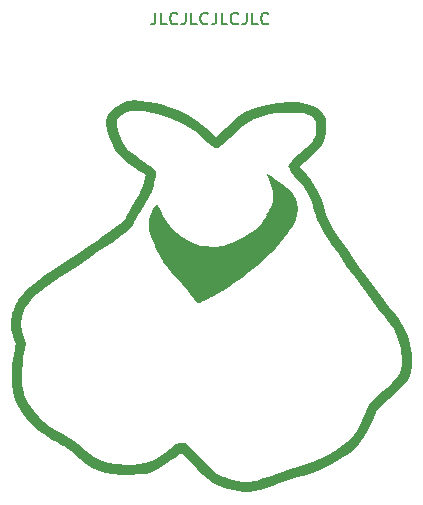
<source format=gto>
%TF.GenerationSoftware,KiCad,Pcbnew,6.0.11-3.fc36*%
%TF.CreationDate,2023-03-10T01:36:50-05:00*%
%TF.ProjectId,moth,6d6f7468-2e6b-4696-9361-645f70636258,v1.0.0*%
%TF.SameCoordinates,Original*%
%TF.FileFunction,Legend,Top*%
%TF.FilePolarity,Positive*%
%FSLAX46Y46*%
G04 Gerber Fmt 4.6, Leading zero omitted, Abs format (unit mm)*
G04 Created by KiCad (PCBNEW 6.0.11-3.fc36) date 2023-03-10 01:36:50*
%MOMM*%
%LPD*%
G01*
G04 APERTURE LIST*
G04 Aperture macros list*
%AMRoundRect*
0 Rectangle with rounded corners*
0 $1 Rounding radius*
0 $2 $3 $4 $5 $6 $7 $8 $9 X,Y pos of 4 corners*
0 Add a 4 corners polygon primitive as box body*
4,1,4,$2,$3,$4,$5,$6,$7,$8,$9,$2,$3,0*
0 Add four circle primitives for the rounded corners*
1,1,$1+$1,$2,$3*
1,1,$1+$1,$4,$5*
1,1,$1+$1,$6,$7*
1,1,$1+$1,$8,$9*
0 Add four rect primitives between the rounded corners*
20,1,$1+$1,$2,$3,$4,$5,0*
20,1,$1+$1,$4,$5,$6,$7,0*
20,1,$1+$1,$6,$7,$8,$9,0*
20,1,$1+$1,$8,$9,$2,$3,0*%
G04 Aperture macros list end*
%ADD10C,0.200000*%
%ADD11C,3.400000*%
%ADD12C,3.000000*%
%ADD13C,1.700000*%
%ADD14O,2.750000X1.800000*%
%ADD15C,1.397000*%
%ADD16C,0.900000*%
%ADD17RoundRect,0.250000X0.625000X-0.350000X0.625000X0.350000X-0.625000X0.350000X-0.625000X-0.350000X0*%
%ADD18O,1.750000X1.200000*%
%ADD19RoundRect,0.300000X0.575000X-0.300000X0.575000X0.300000X-0.575000X0.300000X-0.575000X-0.300000X0*%
G04 APERTURE END LIST*
D10*
X198580952Y-150582380D02*
X198580952Y-151296666D01*
X198533333Y-151439523D01*
X198438095Y-151534761D01*
X198295238Y-151582380D01*
X198200000Y-151582380D01*
X199533333Y-151582380D02*
X199057142Y-151582380D01*
X199057142Y-150582380D01*
X200438095Y-151487142D02*
X200390476Y-151534761D01*
X200247619Y-151582380D01*
X200152380Y-151582380D01*
X200009523Y-151534761D01*
X199914285Y-151439523D01*
X199866666Y-151344285D01*
X199819047Y-151153809D01*
X199819047Y-151010952D01*
X199866666Y-150820476D01*
X199914285Y-150725238D01*
X200009523Y-150630000D01*
X200152380Y-150582380D01*
X200247619Y-150582380D01*
X200390476Y-150630000D01*
X200438095Y-150677619D01*
X201152380Y-150582380D02*
X201152380Y-151296666D01*
X201104761Y-151439523D01*
X201009523Y-151534761D01*
X200866666Y-151582380D01*
X200771428Y-151582380D01*
X202104761Y-151582380D02*
X201628571Y-151582380D01*
X201628571Y-150582380D01*
X203009523Y-151487142D02*
X202961904Y-151534761D01*
X202819047Y-151582380D01*
X202723809Y-151582380D01*
X202580952Y-151534761D01*
X202485714Y-151439523D01*
X202438095Y-151344285D01*
X202390476Y-151153809D01*
X202390476Y-151010952D01*
X202438095Y-150820476D01*
X202485714Y-150725238D01*
X202580952Y-150630000D01*
X202723809Y-150582380D01*
X202819047Y-150582380D01*
X202961904Y-150630000D01*
X203009523Y-150677619D01*
X203723809Y-150582380D02*
X203723809Y-151296666D01*
X203676190Y-151439523D01*
X203580952Y-151534761D01*
X203438095Y-151582380D01*
X203342857Y-151582380D01*
X204676190Y-151582380D02*
X204200000Y-151582380D01*
X204200000Y-150582380D01*
X205580952Y-151487142D02*
X205533333Y-151534761D01*
X205390476Y-151582380D01*
X205295238Y-151582380D01*
X205152380Y-151534761D01*
X205057142Y-151439523D01*
X205009523Y-151344285D01*
X204961904Y-151153809D01*
X204961904Y-151010952D01*
X205009523Y-150820476D01*
X205057142Y-150725238D01*
X205152380Y-150630000D01*
X205295238Y-150582380D01*
X205390476Y-150582380D01*
X205533333Y-150630000D01*
X205580952Y-150677619D01*
X206295238Y-150582380D02*
X206295238Y-151296666D01*
X206247619Y-151439523D01*
X206152380Y-151534761D01*
X206009523Y-151582380D01*
X205914285Y-151582380D01*
X207247619Y-151582380D02*
X206771428Y-151582380D01*
X206771428Y-150582380D01*
X208152380Y-151487142D02*
X208104761Y-151534761D01*
X207961904Y-151582380D01*
X207866666Y-151582380D01*
X207723809Y-151534761D01*
X207628571Y-151439523D01*
X207580952Y-151344285D01*
X207533333Y-151153809D01*
X207533333Y-151010952D01*
X207580952Y-150820476D01*
X207628571Y-150725238D01*
X207723809Y-150630000D01*
X207866666Y-150582380D01*
X207961904Y-150582380D01*
X208104761Y-150630000D01*
X208152380Y-150677619D01*
G36*
X186392027Y-176674250D02*
G01*
X186424074Y-176304599D01*
X186479046Y-176010187D01*
X186575595Y-175724017D01*
X186732371Y-175379093D01*
X186779010Y-175284203D01*
X186918392Y-175015170D01*
X187062893Y-174769969D01*
X187224935Y-174538025D01*
X187416936Y-174308763D01*
X187651317Y-174071610D01*
X187940498Y-173815990D01*
X188296899Y-173531329D01*
X188732940Y-173207053D01*
X189261041Y-172832587D01*
X189893622Y-172397357D01*
X190643104Y-171890788D01*
X191214775Y-171507594D01*
X192135280Y-170890829D01*
X192928646Y-170356594D01*
X193604780Y-169897581D01*
X194173592Y-169506481D01*
X194644991Y-169175984D01*
X195028886Y-168898783D01*
X195335186Y-168667568D01*
X195573800Y-168475029D01*
X195754637Y-168313858D01*
X195887607Y-168176747D01*
X195982617Y-168056385D01*
X196049578Y-167945465D01*
X196052916Y-167938959D01*
X196157198Y-167746609D01*
X196326096Y-167449492D01*
X196539198Y-167082929D01*
X196776095Y-166682238D01*
X196866962Y-166530286D01*
X197169317Y-166008924D01*
X197388040Y-165587750D01*
X197537782Y-165235828D01*
X197633194Y-164922219D01*
X197637864Y-164902428D01*
X197698683Y-164623848D01*
X197736553Y-164417580D01*
X197743827Y-164325655D01*
X197743023Y-164324611D01*
X197670761Y-164273461D01*
X197488827Y-164145603D01*
X197221808Y-163958293D01*
X196894288Y-163728783D01*
X196758860Y-163633938D01*
X196381909Y-163360239D01*
X196027600Y-163085454D01*
X195731406Y-162838263D01*
X195528795Y-162647347D01*
X195501895Y-162617598D01*
X195178808Y-162172600D01*
X194895141Y-161647906D01*
X194665636Y-161084858D01*
X194505039Y-160524799D01*
X194428092Y-160009071D01*
X194439260Y-159637836D01*
X194573086Y-159256678D01*
X194843465Y-158888490D01*
X195223352Y-158555660D01*
X195685701Y-158280577D01*
X196203464Y-158085629D01*
X196360958Y-158047100D01*
X196778320Y-158005726D01*
X197311049Y-158026906D01*
X197925812Y-158104334D01*
X198589278Y-158231700D01*
X199268113Y-158402697D01*
X199928984Y-158611018D01*
X200487320Y-158827988D01*
X201305222Y-159236513D01*
X202122771Y-159745826D01*
X202871746Y-160311760D01*
X203134178Y-160541634D01*
X203746626Y-161104235D01*
X204542571Y-160334684D01*
X205138694Y-159784777D01*
X205679008Y-159351299D01*
X206198822Y-159014475D01*
X206733441Y-158754529D01*
X207318175Y-158551686D01*
X207988329Y-158386171D01*
X208041339Y-158375059D01*
X208989009Y-158217445D01*
X209864757Y-158149952D01*
X210656861Y-158170655D01*
X211353596Y-158277631D01*
X211943237Y-158468956D01*
X212414062Y-158742707D01*
X212754347Y-159096960D01*
X212791916Y-159154507D01*
X212915265Y-159368945D01*
X212989153Y-159556610D01*
X213025733Y-159772232D01*
X213037159Y-160070540D01*
X213037277Y-160259381D01*
X213022173Y-160763367D01*
X212969007Y-161154749D01*
X212858191Y-161479936D01*
X212670139Y-161785342D01*
X212385265Y-162117378D01*
X212152535Y-162355864D01*
X211841954Y-162660347D01*
X211531407Y-162955254D01*
X211263001Y-163201068D01*
X211119262Y-163325650D01*
X210754847Y-163627628D01*
X211130141Y-164015588D01*
X211779234Y-164774546D01*
X212282087Y-165566799D01*
X212656315Y-166423393D01*
X212837934Y-167025484D01*
X212942042Y-167398258D01*
X213055373Y-167751021D01*
X213158378Y-168024385D01*
X213188537Y-168090645D01*
X213368893Y-168420077D01*
X213637336Y-168860999D01*
X213981257Y-169395618D01*
X214388051Y-170006139D01*
X214845108Y-170674770D01*
X215339822Y-171383715D01*
X215859586Y-172115182D01*
X216391791Y-172851376D01*
X216923831Y-173574503D01*
X217443097Y-174266770D01*
X217936984Y-174910383D01*
X218392882Y-175487547D01*
X218670827Y-175828241D01*
X219193026Y-176527113D01*
X219628060Y-177250653D01*
X219957651Y-177964313D01*
X220163520Y-178633545D01*
X220169220Y-178660323D01*
X220235202Y-179091927D01*
X220274698Y-179594349D01*
X220286984Y-180114598D01*
X220271338Y-180599683D01*
X220227036Y-180996613D01*
X220202692Y-181112696D01*
X220108288Y-181361796D01*
X219936814Y-181644342D01*
X219677006Y-181973561D01*
X219317598Y-182362679D01*
X218847327Y-182824923D01*
X218353951Y-183283439D01*
X217358419Y-184191693D01*
X216975865Y-185103602D01*
X216615698Y-185891560D01*
X216244781Y-186546254D01*
X215839347Y-187097773D01*
X215375624Y-187576205D01*
X214829845Y-188011639D01*
X214504797Y-188231657D01*
X213534176Y-188797738D01*
X212503925Y-189276886D01*
X211376984Y-189685032D01*
X210582387Y-189917825D01*
X210114608Y-190054835D01*
X209574837Y-190229569D01*
X209041968Y-190415816D01*
X208729148Y-190533576D01*
X208038544Y-190791594D01*
X207458181Y-190976399D01*
X206954252Y-191092905D01*
X206492950Y-191146026D01*
X206040469Y-191140678D01*
X205563002Y-191081773D01*
X205297548Y-191032403D01*
X204732086Y-190905816D01*
X204254627Y-190764545D01*
X203834791Y-190590500D01*
X203442199Y-190365589D01*
X203046472Y-190071724D01*
X202617229Y-189690813D01*
X202124092Y-189204766D01*
X201979161Y-189056365D01*
X201626111Y-188696948D01*
X201308836Y-188381732D01*
X201045820Y-188128453D01*
X200855549Y-187954845D01*
X200756506Y-187878642D01*
X200749561Y-187876638D01*
X200655762Y-187925300D01*
X200463474Y-188056351D01*
X200201676Y-188249198D01*
X199930206Y-188458870D01*
X199342670Y-188896454D01*
X198815869Y-189222537D01*
X198307106Y-189451925D01*
X197773680Y-189599423D01*
X197172890Y-189679833D01*
X196462038Y-189707962D01*
X196325612Y-189708611D01*
X195650321Y-189687792D01*
X194995971Y-189627924D01*
X194401792Y-189534634D01*
X193907015Y-189413548D01*
X193668736Y-189327566D01*
X193232492Y-189096392D01*
X192740647Y-188761482D01*
X192233758Y-188351793D01*
X191984119Y-188124900D01*
X191451146Y-187676613D01*
X190866752Y-187305732D01*
X190621571Y-187176946D01*
X190230308Y-186971725D01*
X189830503Y-186747500D01*
X189485632Y-186540395D01*
X189361096Y-186459597D01*
X188763996Y-186004138D01*
X188187332Y-185465691D01*
X187658971Y-184877033D01*
X187206781Y-184270942D01*
X186858628Y-183680198D01*
X186708604Y-183339663D01*
X186540820Y-182729437D01*
X186443435Y-182007121D01*
X186416865Y-181208800D01*
X186461526Y-180370558D01*
X186577834Y-179528481D01*
X186660079Y-179129843D01*
X186716459Y-178864881D01*
X186735716Y-178665770D01*
X186712790Y-178472968D01*
X186642624Y-178226933D01*
X186563535Y-177993600D01*
X186452951Y-177646351D01*
X186393807Y-177363014D01*
X186376410Y-177069017D01*
X186382057Y-176922882D01*
X187230553Y-176922882D01*
X187310946Y-177573674D01*
X187436033Y-178023647D01*
X187631441Y-178616004D01*
X187472075Y-179375583D01*
X187398682Y-179825832D01*
X187346630Y-180351485D01*
X187316150Y-180915811D01*
X187307470Y-181482085D01*
X187320820Y-182013576D01*
X187356431Y-182473558D01*
X187414531Y-182825303D01*
X187449771Y-182943048D01*
X187781111Y-183622686D01*
X188260344Y-184304839D01*
X188705612Y-184802716D01*
X189181323Y-185253383D01*
X189673976Y-185643446D01*
X190227902Y-186004071D01*
X190887432Y-186366420D01*
X191040774Y-186444281D01*
X191691204Y-186817189D01*
X192261368Y-187253088D01*
X192428711Y-187404273D01*
X192729730Y-187677041D01*
X193028137Y-187933378D01*
X193277956Y-188134341D01*
X193370970Y-188202364D01*
X193914683Y-188495059D01*
X194570718Y-188699474D01*
X195347832Y-188817346D01*
X196254784Y-188850411D01*
X196598124Y-188842504D01*
X197181641Y-188808636D01*
X197655069Y-188743542D01*
X198063566Y-188630658D01*
X198452289Y-188453419D01*
X198866393Y-188195261D01*
X199351038Y-187839619D01*
X199368349Y-187826342D01*
X199790855Y-187506532D01*
X200112241Y-187276920D01*
X200357718Y-187123324D01*
X200552494Y-187031564D01*
X200721778Y-186987457D01*
X200878526Y-186976774D01*
X200976952Y-186989036D01*
X201087079Y-187035416D01*
X201225777Y-187130307D01*
X201409913Y-187288103D01*
X201656357Y-187523197D01*
X201981976Y-187849981D01*
X202376919Y-188255268D01*
X202846236Y-188733759D01*
X203229875Y-189107425D01*
X203551510Y-189393490D01*
X203834816Y-189609177D01*
X204103466Y-189771709D01*
X204381136Y-189898310D01*
X204691501Y-190006202D01*
X204848481Y-190053339D01*
X205490549Y-190216381D01*
X206036075Y-190297788D01*
X206528735Y-190300738D01*
X207012202Y-190228410D01*
X207070673Y-190215059D01*
X207344450Y-190137540D01*
X207720293Y-190013608D01*
X208149138Y-189860190D01*
X208581915Y-189694214D01*
X208591249Y-189690494D01*
X209051278Y-189516340D01*
X209536103Y-189348395D01*
X209985767Y-189206601D01*
X210318556Y-189115987D01*
X211199793Y-188862618D01*
X212109478Y-188521405D01*
X212999133Y-188114456D01*
X213820277Y-187663880D01*
X214503593Y-187207458D01*
X215105020Y-186656986D01*
X215614464Y-185974334D01*
X216034155Y-185156436D01*
X216084942Y-185033293D01*
X216298863Y-184518925D01*
X216489815Y-184118790D01*
X216686435Y-183791592D01*
X216917361Y-183496031D01*
X217211231Y-183190810D01*
X217596684Y-182834632D01*
X217630794Y-182804076D01*
X218160933Y-182324867D01*
X218578729Y-181930455D01*
X218897440Y-181600384D01*
X219130327Y-181314202D01*
X219290648Y-181051454D01*
X219391664Y-180791685D01*
X219446632Y-180514443D01*
X219468813Y-180199273D01*
X219471930Y-179963913D01*
X219391069Y-179097466D01*
X219148686Y-178237906D01*
X218747124Y-177391077D01*
X218188727Y-176562821D01*
X218025922Y-176360574D01*
X217449616Y-175648751D01*
X216811250Y-174826943D01*
X216133110Y-173925660D01*
X215437480Y-172975413D01*
X214746646Y-172006715D01*
X214082893Y-171050076D01*
X213468508Y-170136007D01*
X213369724Y-169985744D01*
X213026845Y-169458308D01*
X212761701Y-169036855D01*
X212559650Y-168692010D01*
X212406052Y-168394404D01*
X212286269Y-168114662D01*
X212185658Y-167823412D01*
X212089582Y-167491283D01*
X212046813Y-167331601D01*
X211813499Y-166593865D01*
X211517554Y-165947869D01*
X211129169Y-165337840D01*
X210685150Y-164784056D01*
X210341677Y-164382870D01*
X210097438Y-164080564D01*
X209939889Y-163856188D01*
X209856486Y-163688792D01*
X209834686Y-163557424D01*
X209861946Y-163441134D01*
X209870009Y-163422557D01*
X209959719Y-163303735D01*
X210150109Y-163101309D01*
X210417708Y-162838630D01*
X210739042Y-162539051D01*
X210937692Y-162360338D01*
X211325999Y-162004190D01*
X211653561Y-161681369D01*
X211899571Y-161413528D01*
X212043224Y-161222323D01*
X212058525Y-161193753D01*
X212163264Y-160865904D01*
X212212039Y-160479312D01*
X212205123Y-160089777D01*
X212142785Y-159753101D01*
X212050558Y-159555682D01*
X211839963Y-159352157D01*
X211537934Y-159203767D01*
X211126274Y-159105734D01*
X210586786Y-159053277D01*
X210090774Y-159040980D01*
X209383636Y-159053954D01*
X208780646Y-159102862D01*
X208224493Y-159195637D01*
X207657866Y-159340213D01*
X207432533Y-159408912D01*
X206954609Y-159588704D01*
X206498088Y-159826155D01*
X206036058Y-160139949D01*
X205541608Y-160548770D01*
X204987826Y-161071303D01*
X204872072Y-161186593D01*
X204495098Y-161556723D01*
X204210070Y-161816490D01*
X204001021Y-161978855D01*
X203851984Y-162056775D01*
X203785581Y-162068387D01*
X203626338Y-162019065D01*
X203393061Y-161865189D01*
X203073246Y-161597897D01*
X202901530Y-161441740D01*
X201931835Y-160642515D01*
X200906801Y-159986582D01*
X199836864Y-159478646D01*
X198732457Y-159123413D01*
X197604014Y-158925587D01*
X197258905Y-158897430D01*
X196878563Y-158878773D01*
X196609978Y-158881479D01*
X196401698Y-158912231D01*
X196202269Y-158977708D01*
X196016330Y-159058752D01*
X195744510Y-159207839D01*
X195519635Y-159374390D01*
X195420121Y-159482332D01*
X195324652Y-159761162D01*
X195319758Y-160134480D01*
X195395252Y-160567544D01*
X195540943Y-161025611D01*
X195746645Y-161473941D01*
X196002167Y-161877791D01*
X196186773Y-162096485D01*
X196359511Y-162253966D01*
X196635417Y-162479774D01*
X196982834Y-162749092D01*
X197370106Y-163037103D01*
X197575129Y-163184879D01*
X197940388Y-163451012D01*
X198253132Y-163690113D01*
X198490918Y-163884114D01*
X198631302Y-164014946D01*
X198659697Y-164058071D01*
X198643446Y-164177923D01*
X198600730Y-164416985D01*
X198539101Y-164734166D01*
X198501133Y-164920956D01*
X198434841Y-165217757D01*
X198361229Y-165475148D01*
X198265270Y-165726998D01*
X198131937Y-166007177D01*
X197946203Y-166349554D01*
X197693041Y-166787999D01*
X197610511Y-166928375D01*
X197361607Y-167352851D01*
X197133349Y-167745937D01*
X196942444Y-168078568D01*
X196805599Y-168321680D01*
X196747629Y-168429489D01*
X196675042Y-168553962D01*
X196574869Y-168686794D01*
X196437714Y-168834959D01*
X196254181Y-169005427D01*
X196014873Y-169205171D01*
X195710395Y-169441163D01*
X195331349Y-169720375D01*
X194868341Y-170049780D01*
X194311974Y-170436350D01*
X193652852Y-170887057D01*
X192881578Y-171408872D01*
X191988757Y-172008769D01*
X191326453Y-172452126D01*
X190545320Y-172977070D01*
X189889200Y-173425284D01*
X189344887Y-173808066D01*
X188899176Y-174136715D01*
X188538861Y-174422532D01*
X188250736Y-174676816D01*
X188021596Y-174910865D01*
X187838235Y-175135980D01*
X187687448Y-175363458D01*
X187556028Y-175604601D01*
X187495050Y-175730430D01*
X187291712Y-176316568D01*
X187230553Y-176922882D01*
X186382057Y-176922882D01*
X186391064Y-176689787D01*
X186392027Y-176674250D01*
G37*
G36*
X208172536Y-164292460D02*
G01*
X208426016Y-164450426D01*
X208800913Y-164713545D01*
X209275808Y-165065466D01*
X209756039Y-165444142D01*
X210110561Y-165770752D01*
X210356944Y-166072757D01*
X210512755Y-166377620D01*
X210595565Y-166712805D01*
X210622943Y-167105773D01*
X210623354Y-167171852D01*
X210586860Y-167682501D01*
X210469313Y-168170692D01*
X210258612Y-168661815D01*
X209942659Y-169181262D01*
X209509355Y-169754425D01*
X209240270Y-170074463D01*
X208864501Y-170476207D01*
X208378624Y-170944857D01*
X207809708Y-171457672D01*
X207184822Y-171991914D01*
X206531036Y-172524843D01*
X205875419Y-173033720D01*
X205245040Y-173495807D01*
X204817457Y-173789785D01*
X204521883Y-173978126D01*
X204161493Y-174195450D01*
X203763959Y-174426484D01*
X203356950Y-174655955D01*
X202968137Y-174868590D01*
X202625192Y-175049116D01*
X202355785Y-175182261D01*
X202187587Y-175252752D01*
X202153784Y-175260000D01*
X202082771Y-175200290D01*
X201958648Y-175051324D01*
X201915436Y-174993710D01*
X201771079Y-174793415D01*
X201573897Y-174515861D01*
X201364584Y-174218354D01*
X201348136Y-174194839D01*
X201143821Y-173920957D01*
X200865167Y-173572343D01*
X200549294Y-173194393D01*
X200242638Y-172842903D01*
X199941746Y-172499600D01*
X199656417Y-172161536D01*
X199417858Y-171866471D01*
X199257276Y-171652162D01*
X199251246Y-171643350D01*
X198942371Y-171142318D01*
X198654890Y-170590054D01*
X198403174Y-170022393D01*
X198201594Y-169475171D01*
X198064522Y-168984226D01*
X198006328Y-168585393D01*
X198005290Y-168536348D01*
X198056834Y-168065009D01*
X198196470Y-167591059D01*
X198401706Y-167182347D01*
X198497333Y-167052084D01*
X198721289Y-166783821D01*
X198947447Y-167232395D01*
X199227975Y-167732095D01*
X199563605Y-168241424D01*
X199920593Y-168714086D01*
X200265195Y-169103786D01*
X200416680Y-169248118D01*
X201007833Y-169668377D01*
X201702246Y-169993410D01*
X202463151Y-170213111D01*
X203253776Y-170317372D01*
X204037353Y-170296087D01*
X204167795Y-170279171D01*
X204721213Y-170169329D01*
X205218802Y-170000418D01*
X205691818Y-169754617D01*
X206171517Y-169414107D01*
X206689155Y-168961065D01*
X206987043Y-168671758D01*
X207333766Y-168314775D01*
X207665935Y-167952846D01*
X207952705Y-167620947D01*
X208163231Y-167354054D01*
X208216100Y-167278060D01*
X208375443Y-167025083D01*
X208469908Y-166827682D01*
X208516139Y-166625285D01*
X208530778Y-166357317D01*
X208531287Y-166130964D01*
X208527211Y-165863563D01*
X208510859Y-165643751D01*
X208472320Y-165435521D01*
X208401682Y-165202865D01*
X208289035Y-164909776D01*
X208124467Y-164520247D01*
X208024121Y-164288443D01*
X208039047Y-164238761D01*
X208172536Y-164292460D01*
G37*
%LPC*%
G36*
X210627464Y-168092561D02*
G01*
X210773122Y-168282261D01*
X210999033Y-168583585D01*
X211297380Y-168985900D01*
X211660345Y-169478576D01*
X212080111Y-170050979D01*
X212548859Y-170692479D01*
X213058773Y-171392443D01*
X213602034Y-172140241D01*
X214034136Y-172736407D01*
X217433634Y-177431290D01*
X217400126Y-177963871D01*
X217312104Y-178507074D01*
X217108825Y-178975990D01*
X216769044Y-179416409D01*
X216687047Y-179500900D01*
X216477562Y-179689672D01*
X216199137Y-179912475D01*
X215884036Y-180146814D01*
X215564524Y-180370195D01*
X215272865Y-180560123D01*
X215041324Y-180694105D01*
X214902165Y-180749645D01*
X214895365Y-180750028D01*
X214823143Y-180799568D01*
X214823655Y-180967021D01*
X214831717Y-181015968D01*
X214902219Y-181418705D01*
X214940349Y-181699843D01*
X214943252Y-181898974D01*
X214908070Y-182055688D01*
X214831948Y-182209578D01*
X214734363Y-182365495D01*
X214238450Y-182986434D01*
X213596459Y-183534139D01*
X212809084Y-184008251D01*
X211877023Y-184408412D01*
X210800972Y-184734261D01*
X209690847Y-184966999D01*
X209315083Y-185024890D01*
X208956190Y-185068607D01*
X208676678Y-185090858D01*
X208616907Y-185092258D01*
X208413599Y-185106623D01*
X208247070Y-185167839D01*
X208066276Y-185303084D01*
X207869737Y-185490117D01*
X207503880Y-185791404D01*
X207062789Y-186032782D01*
X206515660Y-186228347D01*
X205953032Y-186367224D01*
X205621780Y-186422810D01*
X205211779Y-186470528D01*
X204768955Y-186507394D01*
X204339235Y-186530424D01*
X203968547Y-186536631D01*
X203702817Y-186523033D01*
X203658838Y-186516317D01*
X203355225Y-186433244D01*
X203112492Y-186299770D01*
X202922953Y-186098344D01*
X202778920Y-185811414D01*
X202672707Y-185421430D01*
X202596627Y-184910841D01*
X202542992Y-184262097D01*
X202524416Y-183926189D01*
X202470774Y-182839032D01*
X201856258Y-182781680D01*
X201504739Y-182747682D01*
X201172920Y-182713593D01*
X200932402Y-182686768D01*
X200931668Y-182686679D01*
X200621594Y-182649032D01*
X200287666Y-183317580D01*
X200075605Y-183727435D01*
X199827938Y-184184520D01*
X199594833Y-184596440D01*
X199573547Y-184632795D01*
X199359120Y-184974052D01*
X199159084Y-185215852D01*
X198937638Y-185376993D01*
X198658982Y-185476272D01*
X198287315Y-185532489D01*
X197800451Y-185563823D01*
X197027332Y-185552888D01*
X196347703Y-185438542D01*
X195721875Y-185212856D01*
X195507791Y-185105876D01*
X195130492Y-184854277D01*
X194718906Y-184498131D01*
X194313460Y-184078741D01*
X193954579Y-183637409D01*
X193715928Y-183275161D01*
X193548806Y-182994660D01*
X193421409Y-182825621D01*
X193297175Y-182734474D01*
X193139540Y-182687651D01*
X193061367Y-182674195D01*
X192113093Y-182464476D01*
X191275903Y-182155347D01*
X190556142Y-181752016D01*
X189960157Y-181259687D01*
X189494293Y-180683566D01*
X189164896Y-180028859D01*
X188982467Y-179328120D01*
X188896086Y-178773276D01*
X189483061Y-178123212D01*
X190070035Y-177473147D01*
X189844875Y-177012936D01*
X189680126Y-176541192D01*
X189584600Y-175964574D01*
X189563415Y-175329019D01*
X189601296Y-174825857D01*
X189657024Y-174379826D01*
X193744855Y-171746437D01*
X194485275Y-171269987D01*
X195186654Y-170819687D01*
X195836547Y-170403456D01*
X196422511Y-170029216D01*
X196932102Y-169704888D01*
X197352877Y-169438393D01*
X197672391Y-169237652D01*
X197878201Y-169110586D01*
X197956525Y-169065525D01*
X198065413Y-169085452D01*
X198138571Y-169250776D01*
X198204993Y-169458160D01*
X198312127Y-169737334D01*
X198387809Y-169916046D01*
X198515042Y-170224115D01*
X198563846Y-170422668D01*
X198531471Y-170547536D01*
X198415169Y-170634553D01*
X198329741Y-170672976D01*
X198045665Y-170857324D01*
X197773053Y-171144891D01*
X197557632Y-171478644D01*
X197450894Y-171769112D01*
X197425232Y-172273875D01*
X197530648Y-172837627D01*
X197759223Y-173432564D01*
X198089342Y-174010484D01*
X198267189Y-174276774D01*
X198033820Y-174277231D01*
X197716270Y-174311347D01*
X197382349Y-174398472D01*
X197102027Y-174517448D01*
X196992177Y-174592176D01*
X196798997Y-174862642D01*
X196748543Y-175195200D01*
X196838060Y-175576511D01*
X197064796Y-175993236D01*
X197356705Y-176358079D01*
X197604154Y-176645465D01*
X197731157Y-176837908D01*
X197742567Y-176946075D01*
X197643239Y-176980632D01*
X197640030Y-176980645D01*
X197517855Y-177033864D01*
X197330540Y-177170790D01*
X197189385Y-177295701D01*
X196949109Y-177585223D01*
X196857714Y-177868665D01*
X196916185Y-178165554D01*
X197125504Y-178495418D01*
X197257398Y-178647154D01*
X197480656Y-178853669D01*
X197736007Y-179007588D01*
X198067416Y-179129633D01*
X198514201Y-179239535D01*
X199023196Y-179318030D01*
X199450083Y-179306089D01*
X199853172Y-179197753D01*
X200126102Y-179074820D01*
X200471908Y-178841020D01*
X200658975Y-178568498D01*
X200688654Y-178253524D01*
X200562298Y-177892369D01*
X200557770Y-177883869D01*
X200406379Y-177601584D01*
X200680673Y-177342892D01*
X200860209Y-177144559D01*
X200939144Y-176949844D01*
X200954967Y-176716974D01*
X200883550Y-176345748D01*
X200688387Y-175967571D01*
X200398112Y-175635777D01*
X200354508Y-175598523D01*
X200287983Y-175523581D01*
X200302075Y-175441170D01*
X200414184Y-175315336D01*
X200552781Y-175188845D01*
X200800756Y-174920635D01*
X200952034Y-174616266D01*
X201001197Y-174450339D01*
X201056756Y-174195033D01*
X201079207Y-174004237D01*
X201071202Y-173938242D01*
X201088497Y-173871738D01*
X201117683Y-173867097D01*
X201198179Y-173932062D01*
X201339826Y-174106507D01*
X201518868Y-174359754D01*
X201625350Y-174522581D01*
X201856349Y-174865388D01*
X202031400Y-175075818D01*
X202164599Y-175169639D01*
X202211240Y-175178065D01*
X202343240Y-175139733D01*
X202585084Y-175034840D01*
X202904573Y-174878533D01*
X203269504Y-174685965D01*
X203343209Y-174645484D01*
X203700605Y-174449636D01*
X204004871Y-174286204D01*
X204228265Y-174169842D01*
X204343046Y-174115204D01*
X204351380Y-174112903D01*
X204383181Y-174184110D01*
X204396258Y-174353376D01*
X204471723Y-174780378D01*
X204689450Y-175141211D01*
X204731052Y-175185117D01*
X204908520Y-175362585D01*
X204650765Y-175564308D01*
X204345187Y-175878568D01*
X204199593Y-176212954D01*
X204215158Y-176559211D01*
X204393058Y-176909087D01*
X204449096Y-176979810D01*
X204651922Y-177220855D01*
X204421671Y-177267990D01*
X203987144Y-177414106D01*
X203608037Y-177648998D01*
X203313020Y-177945479D01*
X203130759Y-178276364D01*
X203085290Y-178535284D01*
X203164594Y-178845664D01*
X203395633Y-179124752D01*
X203768100Y-179365656D01*
X204271685Y-179561486D01*
X204813751Y-179690806D01*
X205118535Y-179738842D01*
X205355544Y-179746216D01*
X205597630Y-179707920D01*
X205917647Y-179618942D01*
X205934917Y-179613705D01*
X206286051Y-179483599D01*
X206629166Y-179318183D01*
X206868666Y-179168075D01*
X207177989Y-178872609D01*
X207324830Y-178575783D01*
X207309947Y-178267698D01*
X207134098Y-177938456D01*
X206977093Y-177753265D01*
X206814361Y-177577331D01*
X206710500Y-177458535D01*
X206690451Y-177430301D01*
X206762719Y-177407095D01*
X206944364Y-177371322D01*
X207033667Y-177356384D01*
X207292905Y-177286728D01*
X207613373Y-177162388D01*
X207860667Y-177043647D01*
X208317765Y-176741158D01*
X208625442Y-176404493D01*
X208779838Y-176041564D01*
X208777097Y-175660280D01*
X208674157Y-175375886D01*
X208529527Y-175134731D01*
X208374022Y-174934931D01*
X208338179Y-174899346D01*
X208165889Y-174743531D01*
X208865694Y-174017594D01*
X209266616Y-173578103D01*
X209564289Y-173192371D01*
X209789235Y-172819510D01*
X209848620Y-172700882D01*
X210052919Y-172188867D01*
X210125791Y-171773815D01*
X210064919Y-171451777D01*
X209867990Y-171218804D01*
X209532689Y-171070946D01*
X209056701Y-171004255D01*
X208851386Y-170999355D01*
X208303186Y-170999355D01*
X208792443Y-170487258D01*
X209149217Y-170093368D01*
X209501771Y-169667730D01*
X209826576Y-169242111D01*
X210100101Y-168848278D01*
X210298815Y-168518002D01*
X210379881Y-168344114D01*
X210468933Y-168144561D01*
X210546949Y-168033801D01*
X210569878Y-168025117D01*
X210627464Y-168092561D01*
G37*
G36*
X210792188Y-159685770D02*
G01*
X211088202Y-159697010D01*
X211283878Y-159713845D01*
X211342823Y-159728931D01*
X211321817Y-159816176D01*
X211188011Y-159981989D01*
X210960714Y-160207983D01*
X210659234Y-160475766D01*
X210302881Y-160766951D01*
X210047040Y-160962996D01*
X209400174Y-161424625D01*
X208713821Y-161877018D01*
X208031196Y-162293536D01*
X207395512Y-162647540D01*
X206978015Y-162854853D01*
X206676984Y-162998426D01*
X206441622Y-163118755D01*
X206305054Y-163198488D01*
X206284055Y-163218358D01*
X206348503Y-163276846D01*
X206519726Y-163385701D01*
X206731132Y-163505132D01*
X207015497Y-163670009D01*
X207151745Y-163781149D01*
X207143960Y-163845544D01*
X206996228Y-163870187D01*
X206944888Y-163870968D01*
X206622152Y-163913404D01*
X206224614Y-164025965D01*
X205812916Y-164186530D01*
X205447699Y-164372979D01*
X205297548Y-164471885D01*
X205008939Y-164740948D01*
X204748256Y-165079703D01*
X204683032Y-165188443D01*
X204566806Y-165412459D01*
X204494264Y-165607348D01*
X204455265Y-165824101D01*
X204439669Y-166113710D01*
X204437225Y-166424435D01*
X204441270Y-166767942D01*
X204452147Y-167045552D01*
X204467965Y-167219456D01*
X204478869Y-167258122D01*
X204574244Y-167262781D01*
X204780609Y-167232937D01*
X205011450Y-167184483D01*
X205611832Y-167091882D01*
X206241458Y-167077651D01*
X206817560Y-167143291D01*
X206854322Y-167151043D01*
X207160879Y-167235630D01*
X207468524Y-167349195D01*
X207737600Y-167473418D01*
X207928450Y-167589980D01*
X208001417Y-167680561D01*
X208001419Y-167680926D01*
X207946236Y-167843199D01*
X207798235Y-168083470D01*
X207583732Y-168367222D01*
X207329048Y-168659937D01*
X207060502Y-168927097D01*
X207030979Y-168953679D01*
X206630509Y-169258861D01*
X206123641Y-169569870D01*
X205563354Y-169859980D01*
X205002625Y-170102463D01*
X204494432Y-170270593D01*
X204355290Y-170303553D01*
X203515648Y-170408339D01*
X202709442Y-170370586D01*
X202329979Y-170298565D01*
X201580057Y-170033997D01*
X200866871Y-169616530D01*
X200345572Y-169189366D01*
X200100711Y-168941342D01*
X199841916Y-168648249D01*
X199593540Y-168341714D01*
X199379934Y-168053369D01*
X199225448Y-167814842D01*
X199154434Y-167657762D01*
X199152387Y-167639560D01*
X199227900Y-167559106D01*
X199432095Y-167463982D01*
X199731453Y-167362870D01*
X200092458Y-167264447D01*
X200481591Y-167177395D01*
X200865335Y-167110393D01*
X201210172Y-167072120D01*
X201365498Y-167066452D01*
X201574922Y-167051561D01*
X201689042Y-166976037D01*
X201770633Y-166793598D01*
X201782265Y-166759194D01*
X201839929Y-166501393D01*
X201877628Y-166170051D01*
X201885917Y-165956560D01*
X201818600Y-165423275D01*
X201614683Y-164980284D01*
X201274950Y-164628553D01*
X200800184Y-164369048D01*
X200524092Y-164277398D01*
X200216121Y-164192009D01*
X200745606Y-163742815D01*
X201275091Y-163293620D01*
X200411007Y-162846538D01*
X199986150Y-162614838D01*
X199506799Y-162333424D01*
X198992559Y-162015788D01*
X198463036Y-161675424D01*
X197937835Y-161325824D01*
X197436561Y-160980482D01*
X196978820Y-160652891D01*
X196584216Y-160356543D01*
X196272356Y-160104931D01*
X196062844Y-159911549D01*
X195976663Y-159794678D01*
X196034065Y-159744780D01*
X196223615Y-159711157D01*
X196514427Y-159693525D01*
X196875617Y-159691601D01*
X197276298Y-159705101D01*
X197685586Y-159733740D01*
X198072597Y-159777236D01*
X198312518Y-159816144D01*
X198913212Y-159953065D01*
X199520252Y-160131827D01*
X200072578Y-160332887D01*
X200426071Y-160492592D01*
X201013230Y-160848621D01*
X201544649Y-161279511D01*
X201992066Y-161756346D01*
X202327219Y-162250209D01*
X202481712Y-162595870D01*
X202609081Y-162969678D01*
X203154444Y-162969095D01*
X203552427Y-162959879D01*
X203992376Y-162936815D01*
X204251223Y-162916433D01*
X204802639Y-162864353D01*
X204982048Y-162486854D01*
X205118481Y-162266232D01*
X205339807Y-161979309D01*
X205610200Y-161670599D01*
X205783386Y-161491145D01*
X206499004Y-160892254D01*
X207320893Y-160403616D01*
X208226723Y-160033920D01*
X209194162Y-159791857D01*
X210200878Y-159686119D01*
X210432213Y-159682000D01*
X210792188Y-159685770D01*
G37*
D11*
X249284969Y-103903793D03*
D12*
X246359379Y-109460854D03*
D13*
X244300276Y-106228193D03*
X254269662Y-101579393D03*
D12*
X251778417Y-109251009D03*
D13*
X164217696Y-118249600D03*
D12*
X166708941Y-125921216D03*
X163064901Y-121904878D03*
D11*
X169202389Y-120574000D03*
D13*
X174187082Y-122898400D03*
D11*
X305014343Y-138080360D03*
D12*
X301615556Y-143361293D03*
X307032262Y-143624546D03*
D13*
X310182652Y-136199249D03*
X299846034Y-139961471D03*
X157153028Y-178058300D03*
D12*
X149674887Y-181081116D03*
D13*
X147183642Y-173409500D03*
D12*
X146030847Y-177064778D03*
D11*
X152168335Y-175733900D03*
D12*
X89977715Y-116794946D03*
D11*
X91995634Y-111250760D03*
D12*
X85997494Y-113111491D03*
D13*
X86827325Y-109369649D03*
X97163943Y-113131871D03*
D11*
X320218709Y-127225534D03*
D12*
X322236628Y-132769720D03*
X316819922Y-132506467D03*
D13*
X325387018Y-125344423D03*
X315050400Y-129106645D03*
X154915214Y-121635426D03*
D12*
X147437073Y-124658242D03*
D13*
X144945828Y-116986626D03*
D12*
X143793033Y-120641904D03*
D11*
X149930521Y-119311026D03*
D14*
X195105040Y-137668000D03*
X195105040Y-140208000D03*
X195105040Y-142748000D03*
X195105040Y-145288000D03*
X195105040Y-147828000D03*
X195105040Y-150368000D03*
X195105040Y-152908000D03*
X211294960Y-152908000D03*
X211294960Y-150368000D03*
X211294960Y-147828000D03*
X211294960Y-145288000D03*
X211294960Y-142748000D03*
X211294960Y-140208000D03*
X211294960Y-137668000D03*
D15*
X201930000Y-136716000D03*
X204470000Y-136716000D03*
X201930000Y-139256000D03*
X204470000Y-139256000D03*
X198755000Y-144971000D03*
X198755000Y-143066000D03*
X207010000Y-154496000D03*
X208915000Y-154496000D03*
D13*
X304368309Y-120224474D03*
D12*
X295801213Y-127386518D03*
X301217919Y-127649771D03*
D11*
X299200000Y-122105585D03*
D13*
X294031691Y-123986696D03*
X188131807Y-204319551D03*
D11*
X184523482Y-200168648D03*
D13*
X180915157Y-196017745D03*
D12*
X178375290Y-198888124D03*
X180070695Y-204039396D03*
D13*
X251484787Y-121635426D03*
X261454173Y-116986626D03*
D12*
X253543890Y-124868087D03*
X258962928Y-124658242D03*
D11*
X256469480Y-119311026D03*
D13*
X227136619Y-128575652D03*
D12*
X219226336Y-136457113D03*
D11*
X222151926Y-130900052D03*
D12*
X224645374Y-136247268D03*
D13*
X217167233Y-133224452D03*
D11*
X169879054Y-161714517D03*
D12*
X167385606Y-167061733D03*
D13*
X174863747Y-164038917D03*
X164894361Y-159390117D03*
D12*
X163741566Y-163045395D03*
X240137386Y-190877304D03*
D13*
X240979172Y-182855371D03*
D11*
X236586677Y-186165354D03*
D13*
X232194182Y-189475337D03*
D12*
X234880397Y-192209244D03*
X174570116Y-151654500D03*
X170926076Y-147638162D03*
D13*
X182048257Y-148631684D03*
D11*
X177063564Y-146307284D03*
D13*
X172078871Y-143982884D03*
D11*
X107200000Y-122105585D03*
D12*
X101201860Y-123966316D03*
D13*
X102031691Y-120224474D03*
D12*
X105182081Y-127649771D03*
D13*
X112368309Y-123986696D03*
X128132542Y-167366696D03*
X138651894Y-170582784D03*
D12*
X131667225Y-174616938D03*
X127499682Y-171146840D03*
D11*
X133392218Y-168974740D03*
D12*
X233595357Y-167271578D03*
D11*
X236520947Y-161714517D03*
D12*
X239014395Y-167061733D03*
D13*
X231536254Y-164038917D03*
X241505640Y-159390117D03*
X298553967Y-104249700D03*
D11*
X293385658Y-106130811D03*
D12*
X289986871Y-111411744D03*
X295403577Y-111674997D03*
D13*
X288217349Y-108011922D03*
D12*
X251306076Y-181290961D03*
D13*
X259216359Y-173409500D03*
D11*
X254231666Y-175733900D03*
D13*
X249246973Y-178058300D03*
D12*
X256725114Y-181081116D03*
D11*
X157115031Y-103903793D03*
D12*
X150977543Y-105234671D03*
D13*
X152130338Y-101579393D03*
X162099724Y-106228193D03*
D12*
X154621583Y-109251009D03*
D11*
X130236035Y-118954359D03*
D13*
X125251342Y-116629959D03*
X135220728Y-121278759D03*
D12*
X127742587Y-124301575D03*
X124098547Y-120285237D03*
D13*
X288333169Y-132037191D03*
D12*
X285841924Y-139708807D03*
D13*
X278363783Y-136685991D03*
D12*
X280422886Y-139918652D03*
D11*
X283348476Y-134361591D03*
X162017879Y-135981232D03*
D12*
X155880391Y-137312110D03*
D13*
X157033186Y-133656832D03*
D12*
X159524431Y-141328448D03*
D13*
X167002572Y-138305632D03*
X232212919Y-122898400D03*
D12*
X234272022Y-126131061D03*
X239691060Y-125921216D03*
D13*
X242182305Y-118249600D03*
D11*
X237197612Y-120574000D03*
D13*
X142405238Y-105871527D03*
D12*
X131283057Y-104878005D03*
D13*
X132435852Y-101222727D03*
D12*
X134927097Y-108894343D03*
D11*
X137420545Y-103547127D03*
D12*
X178110586Y-132230930D03*
D11*
X184248074Y-130900052D03*
D12*
X181754626Y-136247268D03*
D13*
X189232767Y-133224452D03*
X179263381Y-128575652D03*
D11*
X142746011Y-134718258D03*
D12*
X136608523Y-136049136D03*
D13*
X137761318Y-132393858D03*
X147730704Y-137042658D03*
D12*
X140252563Y-140065474D03*
X311005580Y-116531693D03*
X316422286Y-116794946D03*
D13*
X309236058Y-113131871D03*
D11*
X314404367Y-111250760D03*
D13*
X319572676Y-109369649D03*
D12*
X166262615Y-190877304D03*
X163533249Y-186191094D03*
D11*
X169813324Y-186165354D03*
D13*
X165420829Y-182855371D03*
X174205819Y-189475337D03*
D12*
X120558076Y-139708807D03*
D13*
X128036217Y-136685991D03*
X118066831Y-132037191D03*
D12*
X116914036Y-135692469D03*
D11*
X123051524Y-134361591D03*
D13*
X281148659Y-116629959D03*
D12*
X273238376Y-124511420D03*
X278657414Y-124301575D03*
D11*
X276163966Y-118954359D03*
D13*
X271179273Y-121278759D03*
D11*
X268979456Y-103547127D03*
D12*
X266053866Y-109104188D03*
X271472904Y-108894343D03*
D13*
X273964149Y-101222727D03*
X263994763Y-105871527D03*
X149848675Y-149064065D03*
D11*
X154833368Y-151388465D03*
D12*
X148695880Y-152719343D03*
D13*
X159818061Y-153712865D03*
D12*
X152339920Y-156735681D03*
D13*
X278267459Y-167366696D03*
X267748107Y-170582784D03*
D12*
X269337272Y-174070557D03*
X274732776Y-174616938D03*
D11*
X273007783Y-168974740D03*
D13*
X249366815Y-133656832D03*
X239397429Y-138305632D03*
D11*
X244382122Y-135981232D03*
D12*
X246875570Y-141328448D03*
X241456532Y-141538293D03*
D11*
X113014343Y-106130811D03*
D13*
X107846034Y-104249700D03*
D12*
X107016203Y-107991542D03*
X110996424Y-111674997D03*
D13*
X118182652Y-108011922D03*
X256551325Y-149064065D03*
D12*
X248641042Y-156945526D03*
X254060080Y-156735681D03*
D13*
X246581939Y-153712865D03*
D11*
X251566632Y-151388465D03*
D13*
X234321130Y-143982884D03*
X224351744Y-148631684D03*
D12*
X231829885Y-151654500D03*
X226410847Y-151864345D03*
D11*
X229336437Y-146307284D03*
D12*
X99367739Y-143624546D03*
D11*
X101385658Y-138080360D03*
D12*
X95387518Y-139941091D03*
D13*
X96217349Y-136199249D03*
X106553967Y-139961471D03*
D11*
X221876519Y-200168648D03*
D12*
X226329306Y-204039396D03*
D13*
X218268194Y-204319551D03*
X225484844Y-196017745D03*
D12*
X221464120Y-206435220D03*
D13*
X81012982Y-125344423D03*
D12*
X80183151Y-129086265D03*
D13*
X91349600Y-129106645D03*
D12*
X84163372Y-132769720D03*
D11*
X86181291Y-127225534D03*
D13*
X268638683Y-132393858D03*
D12*
X260728400Y-140275319D03*
D13*
X258669297Y-137042658D03*
D11*
X263653990Y-134718258D03*
D12*
X266147438Y-140065474D03*
D16*
X201700000Y-200228000D03*
X204700000Y-200228000D03*
D17*
X216431000Y-147415000D03*
D18*
X216431000Y-145415000D03*
D19*
X216431000Y-143415000D03*
M02*

</source>
